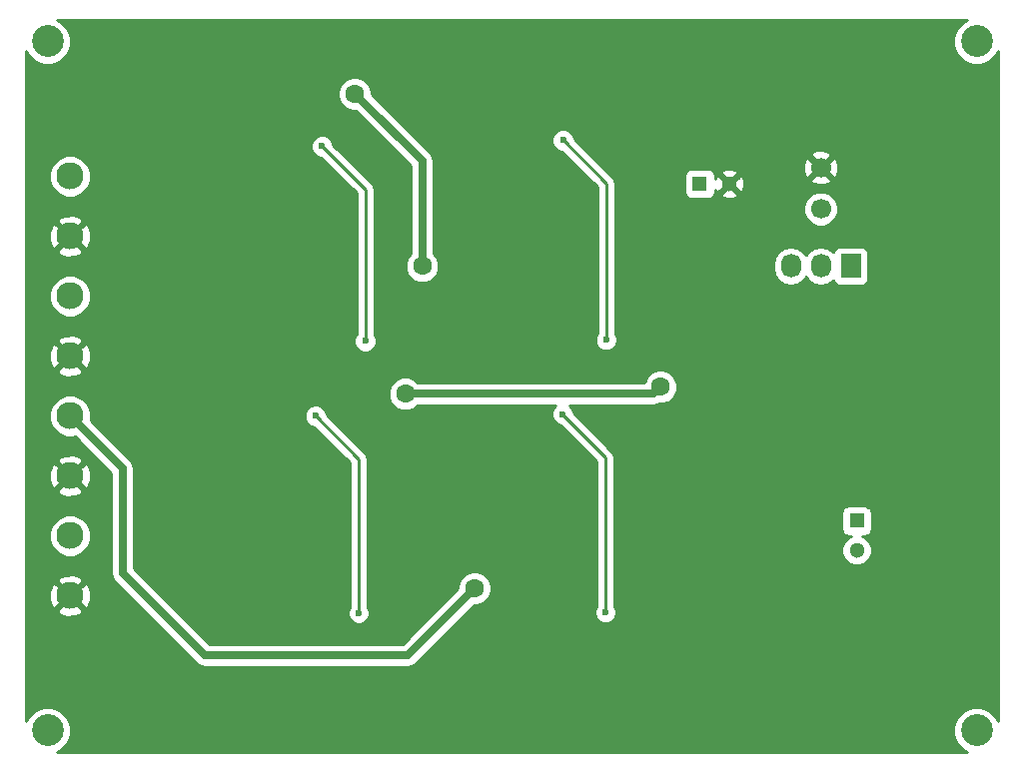
<source format=gbl>
G04 #@! TF.FileFunction,Copper,L2,Bot,Signal*
%FSLAX46Y46*%
G04 Gerber Fmt 4.6, Leading zero omitted, Abs format (unit mm)*
G04 Created by KiCad (PCBNEW (after 2015-mar-04 BZR unknown)-product) date Fri 03 Jul 2015 12:36:09 AM EDT*
%MOMM*%
G01*
G04 APERTURE LIST*
%ADD10C,0.150000*%
%ADD11R,1.727200X2.032000*%
%ADD12O,1.727200X2.032000*%
%ADD13C,2.700000*%
%ADD14C,1.300000*%
%ADD15R,1.300000X1.300000*%
%ADD16C,2.300000*%
%ADD17C,1.700000*%
%ADD18C,0.600000*%
%ADD19C,1.600000*%
%ADD20C,0.700000*%
%ADD21C,0.250000*%
%ADD22C,0.254000*%
G04 APERTURE END LIST*
D10*
D11*
X197612000Y-59690000D03*
D12*
X195072000Y-59690000D03*
X192532000Y-59690000D03*
D13*
X129540000Y-99060000D03*
X208280000Y-99060000D03*
X208280000Y-40640000D03*
X129540000Y-40640000D03*
D14*
X187325000Y-52705000D03*
D15*
X184825000Y-52705000D03*
D14*
X198120000Y-83780000D03*
D15*
X198120000Y-81280000D03*
D16*
X131445000Y-52070000D03*
X131445000Y-57150000D03*
X131445000Y-62230000D03*
X131445000Y-67310000D03*
X131445000Y-72390000D03*
X131445000Y-77470000D03*
X131445000Y-82550000D03*
X131445000Y-87630000D03*
D17*
X195072000Y-54836000D03*
X195072000Y-51336000D03*
D18*
X185420000Y-69850000D03*
X180975000Y-57150000D03*
X192176400Y-63144400D03*
X195376800Y-77470000D03*
D19*
X161290000Y-59690000D03*
X155575000Y-45085000D03*
X165735000Y-86995000D03*
D18*
X152806400Y-49530000D03*
X156464000Y-66040000D03*
X173228000Y-49022000D03*
X176885600Y-65938400D03*
X173177200Y-72237600D03*
X176834800Y-89052400D03*
X152247600Y-72390000D03*
X155905200Y-89103200D03*
D19*
X181473552Y-69928548D03*
X159867600Y-70510400D03*
D20*
X155575000Y-45085000D02*
X161290000Y-50800000D01*
X161290000Y-50800000D02*
X161290000Y-59690000D01*
X142875000Y-92710000D02*
X160020000Y-92710000D01*
X160020000Y-92710000D02*
X165735000Y-86995000D01*
X135890000Y-85725000D02*
X142875000Y-92710000D01*
X131445000Y-72390000D02*
X135890000Y-76835000D01*
X135890000Y-76835000D02*
X135890000Y-85725000D01*
D21*
X156464000Y-66040000D02*
X156464000Y-53187600D01*
X156464000Y-53187600D02*
X152806400Y-49530000D01*
X176885600Y-65938400D02*
X176885600Y-52679600D01*
X176885600Y-52679600D02*
X173228000Y-49022000D01*
X176834800Y-89052400D02*
X176834800Y-75895200D01*
X176834800Y-75895200D02*
X173177200Y-72237600D01*
X155905200Y-89103200D02*
X155905200Y-76047600D01*
X155905200Y-76047600D02*
X152247600Y-72390000D01*
D20*
X159867600Y-70510400D02*
X180891700Y-70510400D01*
X180891700Y-70510400D02*
X181473552Y-69928548D01*
D22*
G36*
X210110000Y-98290931D02*
X209963782Y-97937057D01*
X209405880Y-97378181D01*
X208676573Y-97075346D01*
X207886891Y-97074657D01*
X207157057Y-97376218D01*
X206598181Y-97934120D01*
X206295346Y-98663427D01*
X206294657Y-99453109D01*
X206596218Y-100182943D01*
X207154120Y-100741819D01*
X207510979Y-100890000D01*
X199417440Y-100890000D01*
X199417440Y-81930000D01*
X199417440Y-80630000D01*
X199370463Y-80387877D01*
X199230673Y-80175073D01*
X199123040Y-80102419D01*
X199123040Y-60706000D01*
X199123040Y-58674000D01*
X199076063Y-58431877D01*
X198936273Y-58219073D01*
X198725240Y-58076623D01*
X198475600Y-58026560D01*
X196748400Y-58026560D01*
X196568718Y-58061422D01*
X196568718Y-51564721D01*
X196542315Y-50974542D01*
X196367259Y-50551920D01*
X196115958Y-50471647D01*
X195936353Y-50651252D01*
X195936353Y-50292042D01*
X195856080Y-50040741D01*
X195300721Y-49839282D01*
X194710542Y-49865685D01*
X194287920Y-50040741D01*
X194207647Y-50292042D01*
X195072000Y-51156395D01*
X195936353Y-50292042D01*
X195936353Y-50651252D01*
X195251605Y-51336000D01*
X196115958Y-52200353D01*
X196367259Y-52120080D01*
X196568718Y-51564721D01*
X196568718Y-58061422D01*
X196557257Y-58063645D01*
X196557257Y-54541911D01*
X196331656Y-53995914D01*
X195936353Y-53599920D01*
X195936353Y-52379958D01*
X195072000Y-51515605D01*
X194892395Y-51695210D01*
X194892395Y-51336000D01*
X194028042Y-50471647D01*
X193776741Y-50551920D01*
X193575282Y-51107279D01*
X193601685Y-51697458D01*
X193776741Y-52120080D01*
X194028042Y-52200353D01*
X194892395Y-51336000D01*
X194892395Y-51695210D01*
X194207647Y-52379958D01*
X194287920Y-52631259D01*
X194843279Y-52832718D01*
X195433458Y-52806315D01*
X195856080Y-52631259D01*
X195936353Y-52379958D01*
X195936353Y-53599920D01*
X195914283Y-53577812D01*
X195368681Y-53351258D01*
X194777911Y-53350743D01*
X194231914Y-53576344D01*
X193813812Y-53993717D01*
X193587258Y-54539319D01*
X193586743Y-55130089D01*
X193812344Y-55676086D01*
X194229717Y-56094188D01*
X194775319Y-56320742D01*
X195366089Y-56321257D01*
X195912086Y-56095656D01*
X196330188Y-55678283D01*
X196556742Y-55132681D01*
X196557257Y-54541911D01*
X196557257Y-58063645D01*
X196506277Y-58073537D01*
X196293473Y-58213327D01*
X196151023Y-58424360D01*
X196143281Y-58462962D01*
X196131670Y-58445585D01*
X195645489Y-58120729D01*
X195072000Y-58006655D01*
X194498511Y-58120729D01*
X194012330Y-58445585D01*
X193802000Y-58760365D01*
X193591670Y-58445585D01*
X193105489Y-58120729D01*
X192532000Y-58006655D01*
X191958511Y-58120729D01*
X191472330Y-58445585D01*
X191147474Y-58931766D01*
X191033400Y-59505255D01*
X191033400Y-59874745D01*
X191147474Y-60448234D01*
X191472330Y-60934415D01*
X191958511Y-61259271D01*
X192532000Y-61373345D01*
X193105489Y-61259271D01*
X193591670Y-60934415D01*
X193802000Y-60619634D01*
X194012330Y-60934415D01*
X194498511Y-61259271D01*
X195072000Y-61373345D01*
X195645489Y-61259271D01*
X196131670Y-60934415D01*
X196142215Y-60918632D01*
X196147937Y-60948123D01*
X196287727Y-61160927D01*
X196498760Y-61303377D01*
X196748400Y-61353440D01*
X198475600Y-61353440D01*
X198717723Y-61306463D01*
X198930527Y-61166673D01*
X199072977Y-60955640D01*
X199123040Y-60706000D01*
X199123040Y-80102419D01*
X199019640Y-80032623D01*
X198770000Y-79982560D01*
X197470000Y-79982560D01*
X197227877Y-80029537D01*
X197015073Y-80169327D01*
X196872623Y-80380360D01*
X196822560Y-80630000D01*
X196822560Y-81930000D01*
X196869537Y-82172123D01*
X197009327Y-82384927D01*
X197220360Y-82527377D01*
X197470000Y-82577440D01*
X197665459Y-82577440D01*
X197393057Y-82689995D01*
X197031265Y-83051155D01*
X196835223Y-83523276D01*
X196834777Y-84034481D01*
X197029995Y-84506943D01*
X197391155Y-84868735D01*
X197863276Y-85064777D01*
X198374481Y-85065223D01*
X198846943Y-84870005D01*
X199208735Y-84508845D01*
X199404777Y-84036724D01*
X199405223Y-83525519D01*
X199210005Y-83053057D01*
X198848845Y-82691265D01*
X198574724Y-82577440D01*
X198770000Y-82577440D01*
X199012123Y-82530463D01*
X199224927Y-82390673D01*
X199367377Y-82179640D01*
X199417440Y-81930000D01*
X199417440Y-100890000D01*
X188622622Y-100890000D01*
X188622622Y-52885922D01*
X188593083Y-52375572D01*
X188454611Y-52041271D01*
X188224016Y-51985590D01*
X188044410Y-52165195D01*
X188044410Y-51805984D01*
X187988729Y-51575389D01*
X187505922Y-51407378D01*
X186995572Y-51436917D01*
X186661271Y-51575389D01*
X186605590Y-51805984D01*
X187325000Y-52525395D01*
X188044410Y-51805984D01*
X188044410Y-52165195D01*
X187504605Y-52705000D01*
X188224016Y-53424410D01*
X188454611Y-53368729D01*
X188622622Y-52885922D01*
X188622622Y-100890000D01*
X188044410Y-100890000D01*
X188044410Y-53604016D01*
X187325000Y-52884605D01*
X187145395Y-53064210D01*
X187145395Y-52705000D01*
X186425984Y-51985590D01*
X186195389Y-52041271D01*
X186122440Y-52250901D01*
X186122440Y-52055000D01*
X186075463Y-51812877D01*
X185935673Y-51600073D01*
X185724640Y-51457623D01*
X185475000Y-51407560D01*
X184175000Y-51407560D01*
X183932877Y-51454537D01*
X183720073Y-51594327D01*
X183577623Y-51805360D01*
X183527560Y-52055000D01*
X183527560Y-53355000D01*
X183574537Y-53597123D01*
X183714327Y-53809927D01*
X183925360Y-53952377D01*
X184175000Y-54002440D01*
X185475000Y-54002440D01*
X185717123Y-53955463D01*
X185929927Y-53815673D01*
X186072377Y-53604640D01*
X186122440Y-53355000D01*
X186122440Y-53192614D01*
X186195389Y-53368729D01*
X186425984Y-53424410D01*
X187145395Y-52705000D01*
X187145395Y-53064210D01*
X186605590Y-53604016D01*
X186661271Y-53834611D01*
X187144078Y-54002622D01*
X187654428Y-53973083D01*
X187988729Y-53834611D01*
X188044410Y-53604016D01*
X188044410Y-100890000D01*
X182908800Y-100890000D01*
X182908800Y-69644361D01*
X182690795Y-69116748D01*
X182287475Y-68712724D01*
X181760243Y-68493798D01*
X181189365Y-68493300D01*
X180661752Y-68711305D01*
X180257728Y-69114625D01*
X180087159Y-69525400D01*
X177820762Y-69525400D01*
X177820762Y-65753233D01*
X177678717Y-65409457D01*
X177645600Y-65376282D01*
X177645600Y-52679600D01*
X177587748Y-52388761D01*
X177423001Y-52142199D01*
X174163122Y-48882320D01*
X174163162Y-48836833D01*
X174021117Y-48493057D01*
X173758327Y-48229808D01*
X173414799Y-48087162D01*
X173042833Y-48086838D01*
X172699057Y-48228883D01*
X172435808Y-48491673D01*
X172293162Y-48835201D01*
X172292838Y-49207167D01*
X172434883Y-49550943D01*
X172697673Y-49814192D01*
X173041201Y-49956838D01*
X173088076Y-49956878D01*
X176125600Y-52994402D01*
X176125600Y-65375937D01*
X176093408Y-65408073D01*
X175950762Y-65751601D01*
X175950438Y-66123567D01*
X176092483Y-66467343D01*
X176355273Y-66730592D01*
X176698801Y-66873238D01*
X177070767Y-66873562D01*
X177414543Y-66731517D01*
X177677792Y-66468727D01*
X177820438Y-66125199D01*
X177820762Y-65753233D01*
X177820762Y-69525400D01*
X162725248Y-69525400D01*
X162725248Y-59405813D01*
X162507243Y-58878200D01*
X162275000Y-58645551D01*
X162275000Y-50800000D01*
X162200021Y-50423057D01*
X161986501Y-50103500D01*
X157009963Y-45126963D01*
X157010248Y-44800813D01*
X156792243Y-44273200D01*
X156388923Y-43869176D01*
X155861691Y-43650250D01*
X155290813Y-43649752D01*
X154763200Y-43867757D01*
X154359176Y-44271077D01*
X154140250Y-44798309D01*
X154139752Y-45369187D01*
X154357757Y-45896800D01*
X154761077Y-46300824D01*
X155288309Y-46519750D01*
X155617036Y-46520036D01*
X160305000Y-51208000D01*
X160305000Y-58645655D01*
X160074176Y-58876077D01*
X159855250Y-59403309D01*
X159854752Y-59974187D01*
X160072757Y-60501800D01*
X160476077Y-60905824D01*
X161003309Y-61124750D01*
X161574187Y-61125248D01*
X162101800Y-60907243D01*
X162505824Y-60503923D01*
X162724750Y-59976691D01*
X162725248Y-59405813D01*
X162725248Y-69525400D01*
X160911944Y-69525400D01*
X160681523Y-69294576D01*
X160154291Y-69075650D01*
X159583413Y-69075152D01*
X159055800Y-69293157D01*
X158651776Y-69696477D01*
X158432850Y-70223709D01*
X158432352Y-70794587D01*
X158650357Y-71322200D01*
X159053677Y-71726224D01*
X159580909Y-71945150D01*
X160151787Y-71945648D01*
X160679400Y-71727643D01*
X160912048Y-71495400D01*
X172597251Y-71495400D01*
X172385008Y-71707273D01*
X172242362Y-72050801D01*
X172242038Y-72422767D01*
X172384083Y-72766543D01*
X172646873Y-73029792D01*
X172990401Y-73172438D01*
X173037276Y-73172478D01*
X176074800Y-76210002D01*
X176074800Y-88489937D01*
X176042608Y-88522073D01*
X175899962Y-88865601D01*
X175899638Y-89237567D01*
X176041683Y-89581343D01*
X176304473Y-89844592D01*
X176648001Y-89987238D01*
X177019967Y-89987562D01*
X177363743Y-89845517D01*
X177626992Y-89582727D01*
X177769638Y-89239199D01*
X177769962Y-88867233D01*
X177627917Y-88523457D01*
X177594800Y-88490282D01*
X177594800Y-75895200D01*
X177536948Y-75604361D01*
X177372201Y-75357799D01*
X174112322Y-72097920D01*
X174112362Y-72052433D01*
X173970317Y-71708657D01*
X173757431Y-71495400D01*
X180891700Y-71495400D01*
X181268643Y-71420421D01*
X181353915Y-71363443D01*
X181757739Y-71363796D01*
X182285352Y-71145791D01*
X182689376Y-70742471D01*
X182908302Y-70215239D01*
X182908800Y-69644361D01*
X182908800Y-100890000D01*
X167170248Y-100890000D01*
X167170248Y-86710813D01*
X166952243Y-86183200D01*
X166548923Y-85779176D01*
X166021691Y-85560250D01*
X165450813Y-85559752D01*
X164923200Y-85777757D01*
X164519176Y-86181077D01*
X164300250Y-86708309D01*
X164299963Y-87037035D01*
X159611999Y-91725000D01*
X157399162Y-91725000D01*
X157399162Y-65854833D01*
X157257117Y-65511057D01*
X157224000Y-65477882D01*
X157224000Y-53187600D01*
X157166148Y-52896761D01*
X157001401Y-52650199D01*
X153741522Y-49390320D01*
X153741562Y-49344833D01*
X153599517Y-49001057D01*
X153336727Y-48737808D01*
X152993199Y-48595162D01*
X152621233Y-48594838D01*
X152277457Y-48736883D01*
X152014208Y-48999673D01*
X151871562Y-49343201D01*
X151871238Y-49715167D01*
X152013283Y-50058943D01*
X152276073Y-50322192D01*
X152619601Y-50464838D01*
X152666476Y-50464878D01*
X155704000Y-53502402D01*
X155704000Y-65477537D01*
X155671808Y-65509673D01*
X155529162Y-65853201D01*
X155528838Y-66225167D01*
X155670883Y-66568943D01*
X155933673Y-66832192D01*
X156277201Y-66974838D01*
X156649167Y-66975162D01*
X156992943Y-66833117D01*
X157256192Y-66570327D01*
X157398838Y-66226799D01*
X157399162Y-65854833D01*
X157399162Y-91725000D01*
X156840362Y-91725000D01*
X156840362Y-88918033D01*
X156698317Y-88574257D01*
X156665200Y-88541082D01*
X156665200Y-76047600D01*
X156607348Y-75756761D01*
X156442601Y-75510199D01*
X153182722Y-72250320D01*
X153182762Y-72204833D01*
X153040717Y-71861057D01*
X152777927Y-71597808D01*
X152434399Y-71455162D01*
X152062433Y-71454838D01*
X151718657Y-71596883D01*
X151455408Y-71859673D01*
X151312762Y-72203201D01*
X151312438Y-72575167D01*
X151454483Y-72918943D01*
X151717273Y-73182192D01*
X152060801Y-73324838D01*
X152107676Y-73324878D01*
X155145200Y-76362402D01*
X155145200Y-88540737D01*
X155113008Y-88572873D01*
X154970362Y-88916401D01*
X154970038Y-89288367D01*
X155112083Y-89632143D01*
X155374873Y-89895392D01*
X155718401Y-90038038D01*
X156090367Y-90038362D01*
X156434143Y-89896317D01*
X156697392Y-89633527D01*
X156840038Y-89289999D01*
X156840362Y-88918033D01*
X156840362Y-91725000D01*
X143283000Y-91725000D01*
X136875000Y-85317000D01*
X136875000Y-76835000D01*
X136800021Y-76458057D01*
X136586500Y-76138500D01*
X133240018Y-72792018D01*
X133240018Y-67610337D01*
X133240018Y-57450337D01*
X133230309Y-57132823D01*
X133230309Y-51716499D01*
X132959132Y-51060200D01*
X132457441Y-50557633D01*
X131801616Y-50285311D01*
X131091499Y-50284691D01*
X130435200Y-50555868D01*
X129932633Y-51057559D01*
X129660311Y-51713384D01*
X129659691Y-52423501D01*
X129930868Y-53079800D01*
X130432559Y-53582367D01*
X131088384Y-53854689D01*
X131798501Y-53855309D01*
X132454800Y-53584132D01*
X132957367Y-53082441D01*
X133229689Y-52426616D01*
X133230309Y-51716499D01*
X133230309Y-57132823D01*
X133218314Y-56740552D01*
X132988446Y-56185601D01*
X132706025Y-56068581D01*
X132526419Y-56248186D01*
X132526419Y-55888975D01*
X132409399Y-55606554D01*
X131745337Y-55354982D01*
X131035552Y-55376686D01*
X130480601Y-55606554D01*
X130363581Y-55888975D01*
X131445000Y-56970395D01*
X132526419Y-55888975D01*
X132526419Y-56248186D01*
X131624605Y-57150000D01*
X132706025Y-58231419D01*
X132988446Y-58114399D01*
X133240018Y-57450337D01*
X133240018Y-67610337D01*
X133230309Y-67292823D01*
X133230309Y-61876499D01*
X132959132Y-61220200D01*
X132526419Y-60786731D01*
X132526419Y-58411025D01*
X131445000Y-57329605D01*
X131265395Y-57509210D01*
X131265395Y-57150000D01*
X130183975Y-56068581D01*
X129901554Y-56185601D01*
X129649982Y-56849663D01*
X129671686Y-57559448D01*
X129901554Y-58114399D01*
X130183975Y-58231419D01*
X131265395Y-57150000D01*
X131265395Y-57509210D01*
X130363581Y-58411025D01*
X130480601Y-58693446D01*
X131144663Y-58945018D01*
X131854448Y-58923314D01*
X132409399Y-58693446D01*
X132526419Y-58411025D01*
X132526419Y-60786731D01*
X132457441Y-60717633D01*
X131801616Y-60445311D01*
X131091499Y-60444691D01*
X130435200Y-60715868D01*
X129932633Y-61217559D01*
X129660311Y-61873384D01*
X129659691Y-62583501D01*
X129930868Y-63239800D01*
X130432559Y-63742367D01*
X131088384Y-64014689D01*
X131798501Y-64015309D01*
X132454800Y-63744132D01*
X132957367Y-63242441D01*
X133229689Y-62586616D01*
X133230309Y-61876499D01*
X133230309Y-67292823D01*
X133218314Y-66900552D01*
X132988446Y-66345601D01*
X132706025Y-66228581D01*
X132526419Y-66408186D01*
X132526419Y-66048975D01*
X132409399Y-65766554D01*
X131745337Y-65514982D01*
X131035552Y-65536686D01*
X130480601Y-65766554D01*
X130363581Y-66048975D01*
X131445000Y-67130395D01*
X132526419Y-66048975D01*
X132526419Y-66408186D01*
X131624605Y-67310000D01*
X132706025Y-68391419D01*
X132988446Y-68274399D01*
X133240018Y-67610337D01*
X133240018Y-72792018D01*
X133219398Y-72771398D01*
X133229689Y-72746616D01*
X133230309Y-72036499D01*
X132959132Y-71380200D01*
X132526419Y-70946731D01*
X132526419Y-68571025D01*
X131445000Y-67489605D01*
X131265395Y-67669210D01*
X131265395Y-67310000D01*
X130183975Y-66228581D01*
X129901554Y-66345601D01*
X129649982Y-67009663D01*
X129671686Y-67719448D01*
X129901554Y-68274399D01*
X130183975Y-68391419D01*
X131265395Y-67310000D01*
X131265395Y-67669210D01*
X130363581Y-68571025D01*
X130480601Y-68853446D01*
X131144663Y-69105018D01*
X131854448Y-69083314D01*
X132409399Y-68853446D01*
X132526419Y-68571025D01*
X132526419Y-70946731D01*
X132457441Y-70877633D01*
X131801616Y-70605311D01*
X131091499Y-70604691D01*
X130435200Y-70875868D01*
X129932633Y-71377559D01*
X129660311Y-72033384D01*
X129659691Y-72743501D01*
X129930868Y-73399800D01*
X130432559Y-73902367D01*
X131088384Y-74174689D01*
X131798501Y-74175309D01*
X131825962Y-74163962D01*
X134905000Y-77243000D01*
X134905000Y-85725000D01*
X134979979Y-86101943D01*
X135193500Y-86421500D01*
X142178500Y-93406500D01*
X142498057Y-93620021D01*
X142875000Y-93695000D01*
X160020000Y-93695000D01*
X160396943Y-93620021D01*
X160716500Y-93406500D01*
X165693037Y-88429963D01*
X166019187Y-88430248D01*
X166546800Y-88212243D01*
X166950824Y-87808923D01*
X167169750Y-87281691D01*
X167170248Y-86710813D01*
X167170248Y-100890000D01*
X133240018Y-100890000D01*
X133240018Y-87930337D01*
X133240018Y-77770337D01*
X133218314Y-77060552D01*
X132988446Y-76505601D01*
X132706025Y-76388581D01*
X132526419Y-76568186D01*
X132526419Y-76208975D01*
X132409399Y-75926554D01*
X131745337Y-75674982D01*
X131035552Y-75696686D01*
X130480601Y-75926554D01*
X130363581Y-76208975D01*
X131445000Y-77290395D01*
X132526419Y-76208975D01*
X132526419Y-76568186D01*
X131624605Y-77470000D01*
X132706025Y-78551419D01*
X132988446Y-78434399D01*
X133240018Y-77770337D01*
X133240018Y-87930337D01*
X133230309Y-87612823D01*
X133230309Y-82196499D01*
X132959132Y-81540200D01*
X132526419Y-81106731D01*
X132526419Y-78731025D01*
X131445000Y-77649605D01*
X131265395Y-77829210D01*
X131265395Y-77470000D01*
X130183975Y-76388581D01*
X129901554Y-76505601D01*
X129649982Y-77169663D01*
X129671686Y-77879448D01*
X129901554Y-78434399D01*
X130183975Y-78551419D01*
X131265395Y-77470000D01*
X131265395Y-77829210D01*
X130363581Y-78731025D01*
X130480601Y-79013446D01*
X131144663Y-79265018D01*
X131854448Y-79243314D01*
X132409399Y-79013446D01*
X132526419Y-78731025D01*
X132526419Y-81106731D01*
X132457441Y-81037633D01*
X131801616Y-80765311D01*
X131091499Y-80764691D01*
X130435200Y-81035868D01*
X129932633Y-81537559D01*
X129660311Y-82193384D01*
X129659691Y-82903501D01*
X129930868Y-83559800D01*
X130432559Y-84062367D01*
X131088384Y-84334689D01*
X131798501Y-84335309D01*
X132454800Y-84064132D01*
X132957367Y-83562441D01*
X133229689Y-82906616D01*
X133230309Y-82196499D01*
X133230309Y-87612823D01*
X133218314Y-87220552D01*
X132988446Y-86665601D01*
X132706025Y-86548581D01*
X132526419Y-86728186D01*
X132526419Y-86368975D01*
X132409399Y-86086554D01*
X131745337Y-85834982D01*
X131035552Y-85856686D01*
X130480601Y-86086554D01*
X130363581Y-86368975D01*
X131445000Y-87450395D01*
X132526419Y-86368975D01*
X132526419Y-86728186D01*
X131624605Y-87630000D01*
X132706025Y-88711419D01*
X132988446Y-88594399D01*
X133240018Y-87930337D01*
X133240018Y-100890000D01*
X132526419Y-100890000D01*
X132526419Y-88891025D01*
X131445000Y-87809605D01*
X131265395Y-87989210D01*
X131265395Y-87630000D01*
X130183975Y-86548581D01*
X129901554Y-86665601D01*
X129649982Y-87329663D01*
X129671686Y-88039448D01*
X129901554Y-88594399D01*
X130183975Y-88711419D01*
X131265395Y-87630000D01*
X131265395Y-87989210D01*
X130363581Y-88891025D01*
X130480601Y-89173446D01*
X131144663Y-89425018D01*
X131854448Y-89403314D01*
X132409399Y-89173446D01*
X132526419Y-88891025D01*
X132526419Y-100890000D01*
X130309068Y-100890000D01*
X130662943Y-100743782D01*
X131221819Y-100185880D01*
X131524654Y-99456573D01*
X131525343Y-98666891D01*
X131223782Y-97937057D01*
X130665880Y-97378181D01*
X129936573Y-97075346D01*
X129146891Y-97074657D01*
X128417057Y-97376218D01*
X127858181Y-97934120D01*
X127710000Y-98290979D01*
X127710000Y-41409068D01*
X127856218Y-41762943D01*
X128414120Y-42321819D01*
X129143427Y-42624654D01*
X129933109Y-42625343D01*
X130662943Y-42323782D01*
X131221819Y-41765880D01*
X131524654Y-41036573D01*
X131525343Y-40246891D01*
X131223782Y-39517057D01*
X130665880Y-38958181D01*
X130309020Y-38810000D01*
X135763000Y-38810000D01*
X137160000Y-38810000D01*
X207510931Y-38810000D01*
X207157057Y-38956218D01*
X206598181Y-39514120D01*
X206295346Y-40243427D01*
X206294657Y-41033109D01*
X206596218Y-41762943D01*
X207154120Y-42321819D01*
X207883427Y-42624654D01*
X208673109Y-42625343D01*
X209402943Y-42323782D01*
X209961819Y-41765880D01*
X210110000Y-41409020D01*
X210110000Y-90932000D01*
X210110000Y-98290931D01*
X210110000Y-98290931D01*
G37*
X210110000Y-98290931D02*
X209963782Y-97937057D01*
X209405880Y-97378181D01*
X208676573Y-97075346D01*
X207886891Y-97074657D01*
X207157057Y-97376218D01*
X206598181Y-97934120D01*
X206295346Y-98663427D01*
X206294657Y-99453109D01*
X206596218Y-100182943D01*
X207154120Y-100741819D01*
X207510979Y-100890000D01*
X199417440Y-100890000D01*
X199417440Y-81930000D01*
X199417440Y-80630000D01*
X199370463Y-80387877D01*
X199230673Y-80175073D01*
X199123040Y-80102419D01*
X199123040Y-60706000D01*
X199123040Y-58674000D01*
X199076063Y-58431877D01*
X198936273Y-58219073D01*
X198725240Y-58076623D01*
X198475600Y-58026560D01*
X196748400Y-58026560D01*
X196568718Y-58061422D01*
X196568718Y-51564721D01*
X196542315Y-50974542D01*
X196367259Y-50551920D01*
X196115958Y-50471647D01*
X195936353Y-50651252D01*
X195936353Y-50292042D01*
X195856080Y-50040741D01*
X195300721Y-49839282D01*
X194710542Y-49865685D01*
X194287920Y-50040741D01*
X194207647Y-50292042D01*
X195072000Y-51156395D01*
X195936353Y-50292042D01*
X195936353Y-50651252D01*
X195251605Y-51336000D01*
X196115958Y-52200353D01*
X196367259Y-52120080D01*
X196568718Y-51564721D01*
X196568718Y-58061422D01*
X196557257Y-58063645D01*
X196557257Y-54541911D01*
X196331656Y-53995914D01*
X195936353Y-53599920D01*
X195936353Y-52379958D01*
X195072000Y-51515605D01*
X194892395Y-51695210D01*
X194892395Y-51336000D01*
X194028042Y-50471647D01*
X193776741Y-50551920D01*
X193575282Y-51107279D01*
X193601685Y-51697458D01*
X193776741Y-52120080D01*
X194028042Y-52200353D01*
X194892395Y-51336000D01*
X194892395Y-51695210D01*
X194207647Y-52379958D01*
X194287920Y-52631259D01*
X194843279Y-52832718D01*
X195433458Y-52806315D01*
X195856080Y-52631259D01*
X195936353Y-52379958D01*
X195936353Y-53599920D01*
X195914283Y-53577812D01*
X195368681Y-53351258D01*
X194777911Y-53350743D01*
X194231914Y-53576344D01*
X193813812Y-53993717D01*
X193587258Y-54539319D01*
X193586743Y-55130089D01*
X193812344Y-55676086D01*
X194229717Y-56094188D01*
X194775319Y-56320742D01*
X195366089Y-56321257D01*
X195912086Y-56095656D01*
X196330188Y-55678283D01*
X196556742Y-55132681D01*
X196557257Y-54541911D01*
X196557257Y-58063645D01*
X196506277Y-58073537D01*
X196293473Y-58213327D01*
X196151023Y-58424360D01*
X196143281Y-58462962D01*
X196131670Y-58445585D01*
X195645489Y-58120729D01*
X195072000Y-58006655D01*
X194498511Y-58120729D01*
X194012330Y-58445585D01*
X193802000Y-58760365D01*
X193591670Y-58445585D01*
X193105489Y-58120729D01*
X192532000Y-58006655D01*
X191958511Y-58120729D01*
X191472330Y-58445585D01*
X191147474Y-58931766D01*
X191033400Y-59505255D01*
X191033400Y-59874745D01*
X191147474Y-60448234D01*
X191472330Y-60934415D01*
X191958511Y-61259271D01*
X192532000Y-61373345D01*
X193105489Y-61259271D01*
X193591670Y-60934415D01*
X193802000Y-60619634D01*
X194012330Y-60934415D01*
X194498511Y-61259271D01*
X195072000Y-61373345D01*
X195645489Y-61259271D01*
X196131670Y-60934415D01*
X196142215Y-60918632D01*
X196147937Y-60948123D01*
X196287727Y-61160927D01*
X196498760Y-61303377D01*
X196748400Y-61353440D01*
X198475600Y-61353440D01*
X198717723Y-61306463D01*
X198930527Y-61166673D01*
X199072977Y-60955640D01*
X199123040Y-60706000D01*
X199123040Y-80102419D01*
X199019640Y-80032623D01*
X198770000Y-79982560D01*
X197470000Y-79982560D01*
X197227877Y-80029537D01*
X197015073Y-80169327D01*
X196872623Y-80380360D01*
X196822560Y-80630000D01*
X196822560Y-81930000D01*
X196869537Y-82172123D01*
X197009327Y-82384927D01*
X197220360Y-82527377D01*
X197470000Y-82577440D01*
X197665459Y-82577440D01*
X197393057Y-82689995D01*
X197031265Y-83051155D01*
X196835223Y-83523276D01*
X196834777Y-84034481D01*
X197029995Y-84506943D01*
X197391155Y-84868735D01*
X197863276Y-85064777D01*
X198374481Y-85065223D01*
X198846943Y-84870005D01*
X199208735Y-84508845D01*
X199404777Y-84036724D01*
X199405223Y-83525519D01*
X199210005Y-83053057D01*
X198848845Y-82691265D01*
X198574724Y-82577440D01*
X198770000Y-82577440D01*
X199012123Y-82530463D01*
X199224927Y-82390673D01*
X199367377Y-82179640D01*
X199417440Y-81930000D01*
X199417440Y-100890000D01*
X188622622Y-100890000D01*
X188622622Y-52885922D01*
X188593083Y-52375572D01*
X188454611Y-52041271D01*
X188224016Y-51985590D01*
X188044410Y-52165195D01*
X188044410Y-51805984D01*
X187988729Y-51575389D01*
X187505922Y-51407378D01*
X186995572Y-51436917D01*
X186661271Y-51575389D01*
X186605590Y-51805984D01*
X187325000Y-52525395D01*
X188044410Y-51805984D01*
X188044410Y-52165195D01*
X187504605Y-52705000D01*
X188224016Y-53424410D01*
X188454611Y-53368729D01*
X188622622Y-52885922D01*
X188622622Y-100890000D01*
X188044410Y-100890000D01*
X188044410Y-53604016D01*
X187325000Y-52884605D01*
X187145395Y-53064210D01*
X187145395Y-52705000D01*
X186425984Y-51985590D01*
X186195389Y-52041271D01*
X186122440Y-52250901D01*
X186122440Y-52055000D01*
X186075463Y-51812877D01*
X185935673Y-51600073D01*
X185724640Y-51457623D01*
X185475000Y-51407560D01*
X184175000Y-51407560D01*
X183932877Y-51454537D01*
X183720073Y-51594327D01*
X183577623Y-51805360D01*
X183527560Y-52055000D01*
X183527560Y-53355000D01*
X183574537Y-53597123D01*
X183714327Y-53809927D01*
X183925360Y-53952377D01*
X184175000Y-54002440D01*
X185475000Y-54002440D01*
X185717123Y-53955463D01*
X185929927Y-53815673D01*
X186072377Y-53604640D01*
X186122440Y-53355000D01*
X186122440Y-53192614D01*
X186195389Y-53368729D01*
X186425984Y-53424410D01*
X187145395Y-52705000D01*
X187145395Y-53064210D01*
X186605590Y-53604016D01*
X186661271Y-53834611D01*
X187144078Y-54002622D01*
X187654428Y-53973083D01*
X187988729Y-53834611D01*
X188044410Y-53604016D01*
X188044410Y-100890000D01*
X182908800Y-100890000D01*
X182908800Y-69644361D01*
X182690795Y-69116748D01*
X182287475Y-68712724D01*
X181760243Y-68493798D01*
X181189365Y-68493300D01*
X180661752Y-68711305D01*
X180257728Y-69114625D01*
X180087159Y-69525400D01*
X177820762Y-69525400D01*
X177820762Y-65753233D01*
X177678717Y-65409457D01*
X177645600Y-65376282D01*
X177645600Y-52679600D01*
X177587748Y-52388761D01*
X177423001Y-52142199D01*
X174163122Y-48882320D01*
X174163162Y-48836833D01*
X174021117Y-48493057D01*
X173758327Y-48229808D01*
X173414799Y-48087162D01*
X173042833Y-48086838D01*
X172699057Y-48228883D01*
X172435808Y-48491673D01*
X172293162Y-48835201D01*
X172292838Y-49207167D01*
X172434883Y-49550943D01*
X172697673Y-49814192D01*
X173041201Y-49956838D01*
X173088076Y-49956878D01*
X176125600Y-52994402D01*
X176125600Y-65375937D01*
X176093408Y-65408073D01*
X175950762Y-65751601D01*
X175950438Y-66123567D01*
X176092483Y-66467343D01*
X176355273Y-66730592D01*
X176698801Y-66873238D01*
X177070767Y-66873562D01*
X177414543Y-66731517D01*
X177677792Y-66468727D01*
X177820438Y-66125199D01*
X177820762Y-65753233D01*
X177820762Y-69525400D01*
X162725248Y-69525400D01*
X162725248Y-59405813D01*
X162507243Y-58878200D01*
X162275000Y-58645551D01*
X162275000Y-50800000D01*
X162200021Y-50423057D01*
X161986501Y-50103500D01*
X157009963Y-45126963D01*
X157010248Y-44800813D01*
X156792243Y-44273200D01*
X156388923Y-43869176D01*
X155861691Y-43650250D01*
X155290813Y-43649752D01*
X154763200Y-43867757D01*
X154359176Y-44271077D01*
X154140250Y-44798309D01*
X154139752Y-45369187D01*
X154357757Y-45896800D01*
X154761077Y-46300824D01*
X155288309Y-46519750D01*
X155617036Y-46520036D01*
X160305000Y-51208000D01*
X160305000Y-58645655D01*
X160074176Y-58876077D01*
X159855250Y-59403309D01*
X159854752Y-59974187D01*
X160072757Y-60501800D01*
X160476077Y-60905824D01*
X161003309Y-61124750D01*
X161574187Y-61125248D01*
X162101800Y-60907243D01*
X162505824Y-60503923D01*
X162724750Y-59976691D01*
X162725248Y-59405813D01*
X162725248Y-69525400D01*
X160911944Y-69525400D01*
X160681523Y-69294576D01*
X160154291Y-69075650D01*
X159583413Y-69075152D01*
X159055800Y-69293157D01*
X158651776Y-69696477D01*
X158432850Y-70223709D01*
X158432352Y-70794587D01*
X158650357Y-71322200D01*
X159053677Y-71726224D01*
X159580909Y-71945150D01*
X160151787Y-71945648D01*
X160679400Y-71727643D01*
X160912048Y-71495400D01*
X172597251Y-71495400D01*
X172385008Y-71707273D01*
X172242362Y-72050801D01*
X172242038Y-72422767D01*
X172384083Y-72766543D01*
X172646873Y-73029792D01*
X172990401Y-73172438D01*
X173037276Y-73172478D01*
X176074800Y-76210002D01*
X176074800Y-88489937D01*
X176042608Y-88522073D01*
X175899962Y-88865601D01*
X175899638Y-89237567D01*
X176041683Y-89581343D01*
X176304473Y-89844592D01*
X176648001Y-89987238D01*
X177019967Y-89987562D01*
X177363743Y-89845517D01*
X177626992Y-89582727D01*
X177769638Y-89239199D01*
X177769962Y-88867233D01*
X177627917Y-88523457D01*
X177594800Y-88490282D01*
X177594800Y-75895200D01*
X177536948Y-75604361D01*
X177372201Y-75357799D01*
X174112322Y-72097920D01*
X174112362Y-72052433D01*
X173970317Y-71708657D01*
X173757431Y-71495400D01*
X180891700Y-71495400D01*
X181268643Y-71420421D01*
X181353915Y-71363443D01*
X181757739Y-71363796D01*
X182285352Y-71145791D01*
X182689376Y-70742471D01*
X182908302Y-70215239D01*
X182908800Y-69644361D01*
X182908800Y-100890000D01*
X167170248Y-100890000D01*
X167170248Y-86710813D01*
X166952243Y-86183200D01*
X166548923Y-85779176D01*
X166021691Y-85560250D01*
X165450813Y-85559752D01*
X164923200Y-85777757D01*
X164519176Y-86181077D01*
X164300250Y-86708309D01*
X164299963Y-87037035D01*
X159611999Y-91725000D01*
X157399162Y-91725000D01*
X157399162Y-65854833D01*
X157257117Y-65511057D01*
X157224000Y-65477882D01*
X157224000Y-53187600D01*
X157166148Y-52896761D01*
X157001401Y-52650199D01*
X153741522Y-49390320D01*
X153741562Y-49344833D01*
X153599517Y-49001057D01*
X153336727Y-48737808D01*
X152993199Y-48595162D01*
X152621233Y-48594838D01*
X152277457Y-48736883D01*
X152014208Y-48999673D01*
X151871562Y-49343201D01*
X151871238Y-49715167D01*
X152013283Y-50058943D01*
X152276073Y-50322192D01*
X152619601Y-50464838D01*
X152666476Y-50464878D01*
X155704000Y-53502402D01*
X155704000Y-65477537D01*
X155671808Y-65509673D01*
X155529162Y-65853201D01*
X155528838Y-66225167D01*
X155670883Y-66568943D01*
X155933673Y-66832192D01*
X156277201Y-66974838D01*
X156649167Y-66975162D01*
X156992943Y-66833117D01*
X157256192Y-66570327D01*
X157398838Y-66226799D01*
X157399162Y-65854833D01*
X157399162Y-91725000D01*
X156840362Y-91725000D01*
X156840362Y-88918033D01*
X156698317Y-88574257D01*
X156665200Y-88541082D01*
X156665200Y-76047600D01*
X156607348Y-75756761D01*
X156442601Y-75510199D01*
X153182722Y-72250320D01*
X153182762Y-72204833D01*
X153040717Y-71861057D01*
X152777927Y-71597808D01*
X152434399Y-71455162D01*
X152062433Y-71454838D01*
X151718657Y-71596883D01*
X151455408Y-71859673D01*
X151312762Y-72203201D01*
X151312438Y-72575167D01*
X151454483Y-72918943D01*
X151717273Y-73182192D01*
X152060801Y-73324838D01*
X152107676Y-73324878D01*
X155145200Y-76362402D01*
X155145200Y-88540737D01*
X155113008Y-88572873D01*
X154970362Y-88916401D01*
X154970038Y-89288367D01*
X155112083Y-89632143D01*
X155374873Y-89895392D01*
X155718401Y-90038038D01*
X156090367Y-90038362D01*
X156434143Y-89896317D01*
X156697392Y-89633527D01*
X156840038Y-89289999D01*
X156840362Y-88918033D01*
X156840362Y-91725000D01*
X143283000Y-91725000D01*
X136875000Y-85317000D01*
X136875000Y-76835000D01*
X136800021Y-76458057D01*
X136586500Y-76138500D01*
X133240018Y-72792018D01*
X133240018Y-67610337D01*
X133240018Y-57450337D01*
X133230309Y-57132823D01*
X133230309Y-51716499D01*
X132959132Y-51060200D01*
X132457441Y-50557633D01*
X131801616Y-50285311D01*
X131091499Y-50284691D01*
X130435200Y-50555868D01*
X129932633Y-51057559D01*
X129660311Y-51713384D01*
X129659691Y-52423501D01*
X129930868Y-53079800D01*
X130432559Y-53582367D01*
X131088384Y-53854689D01*
X131798501Y-53855309D01*
X132454800Y-53584132D01*
X132957367Y-53082441D01*
X133229689Y-52426616D01*
X133230309Y-51716499D01*
X133230309Y-57132823D01*
X133218314Y-56740552D01*
X132988446Y-56185601D01*
X132706025Y-56068581D01*
X132526419Y-56248186D01*
X132526419Y-55888975D01*
X132409399Y-55606554D01*
X131745337Y-55354982D01*
X131035552Y-55376686D01*
X130480601Y-55606554D01*
X130363581Y-55888975D01*
X131445000Y-56970395D01*
X132526419Y-55888975D01*
X132526419Y-56248186D01*
X131624605Y-57150000D01*
X132706025Y-58231419D01*
X132988446Y-58114399D01*
X133240018Y-57450337D01*
X133240018Y-67610337D01*
X133230309Y-67292823D01*
X133230309Y-61876499D01*
X132959132Y-61220200D01*
X132526419Y-60786731D01*
X132526419Y-58411025D01*
X131445000Y-57329605D01*
X131265395Y-57509210D01*
X131265395Y-57150000D01*
X130183975Y-56068581D01*
X129901554Y-56185601D01*
X129649982Y-56849663D01*
X129671686Y-57559448D01*
X129901554Y-58114399D01*
X130183975Y-58231419D01*
X131265395Y-57150000D01*
X131265395Y-57509210D01*
X130363581Y-58411025D01*
X130480601Y-58693446D01*
X131144663Y-58945018D01*
X131854448Y-58923314D01*
X132409399Y-58693446D01*
X132526419Y-58411025D01*
X132526419Y-60786731D01*
X132457441Y-60717633D01*
X131801616Y-60445311D01*
X131091499Y-60444691D01*
X130435200Y-60715868D01*
X129932633Y-61217559D01*
X129660311Y-61873384D01*
X129659691Y-62583501D01*
X129930868Y-63239800D01*
X130432559Y-63742367D01*
X131088384Y-64014689D01*
X131798501Y-64015309D01*
X132454800Y-63744132D01*
X132957367Y-63242441D01*
X133229689Y-62586616D01*
X133230309Y-61876499D01*
X133230309Y-67292823D01*
X133218314Y-66900552D01*
X132988446Y-66345601D01*
X132706025Y-66228581D01*
X132526419Y-66408186D01*
X132526419Y-66048975D01*
X132409399Y-65766554D01*
X131745337Y-65514982D01*
X131035552Y-65536686D01*
X130480601Y-65766554D01*
X130363581Y-66048975D01*
X131445000Y-67130395D01*
X132526419Y-66048975D01*
X132526419Y-66408186D01*
X131624605Y-67310000D01*
X132706025Y-68391419D01*
X132988446Y-68274399D01*
X133240018Y-67610337D01*
X133240018Y-72792018D01*
X133219398Y-72771398D01*
X133229689Y-72746616D01*
X133230309Y-72036499D01*
X132959132Y-71380200D01*
X132526419Y-70946731D01*
X132526419Y-68571025D01*
X131445000Y-67489605D01*
X131265395Y-67669210D01*
X131265395Y-67310000D01*
X130183975Y-66228581D01*
X129901554Y-66345601D01*
X129649982Y-67009663D01*
X129671686Y-67719448D01*
X129901554Y-68274399D01*
X130183975Y-68391419D01*
X131265395Y-67310000D01*
X131265395Y-67669210D01*
X130363581Y-68571025D01*
X130480601Y-68853446D01*
X131144663Y-69105018D01*
X131854448Y-69083314D01*
X132409399Y-68853446D01*
X132526419Y-68571025D01*
X132526419Y-70946731D01*
X132457441Y-70877633D01*
X131801616Y-70605311D01*
X131091499Y-70604691D01*
X130435200Y-70875868D01*
X129932633Y-71377559D01*
X129660311Y-72033384D01*
X129659691Y-72743501D01*
X129930868Y-73399800D01*
X130432559Y-73902367D01*
X131088384Y-74174689D01*
X131798501Y-74175309D01*
X131825962Y-74163962D01*
X134905000Y-77243000D01*
X134905000Y-85725000D01*
X134979979Y-86101943D01*
X135193500Y-86421500D01*
X142178500Y-93406500D01*
X142498057Y-93620021D01*
X142875000Y-93695000D01*
X160020000Y-93695000D01*
X160396943Y-93620021D01*
X160716500Y-93406500D01*
X165693037Y-88429963D01*
X166019187Y-88430248D01*
X166546800Y-88212243D01*
X166950824Y-87808923D01*
X167169750Y-87281691D01*
X167170248Y-86710813D01*
X167170248Y-100890000D01*
X133240018Y-100890000D01*
X133240018Y-87930337D01*
X133240018Y-77770337D01*
X133218314Y-77060552D01*
X132988446Y-76505601D01*
X132706025Y-76388581D01*
X132526419Y-76568186D01*
X132526419Y-76208975D01*
X132409399Y-75926554D01*
X131745337Y-75674982D01*
X131035552Y-75696686D01*
X130480601Y-75926554D01*
X130363581Y-76208975D01*
X131445000Y-77290395D01*
X132526419Y-76208975D01*
X132526419Y-76568186D01*
X131624605Y-77470000D01*
X132706025Y-78551419D01*
X132988446Y-78434399D01*
X133240018Y-77770337D01*
X133240018Y-87930337D01*
X133230309Y-87612823D01*
X133230309Y-82196499D01*
X132959132Y-81540200D01*
X132526419Y-81106731D01*
X132526419Y-78731025D01*
X131445000Y-77649605D01*
X131265395Y-77829210D01*
X131265395Y-77470000D01*
X130183975Y-76388581D01*
X129901554Y-76505601D01*
X129649982Y-77169663D01*
X129671686Y-77879448D01*
X129901554Y-78434399D01*
X130183975Y-78551419D01*
X131265395Y-77470000D01*
X131265395Y-77829210D01*
X130363581Y-78731025D01*
X130480601Y-79013446D01*
X131144663Y-79265018D01*
X131854448Y-79243314D01*
X132409399Y-79013446D01*
X132526419Y-78731025D01*
X132526419Y-81106731D01*
X132457441Y-81037633D01*
X131801616Y-80765311D01*
X131091499Y-80764691D01*
X130435200Y-81035868D01*
X129932633Y-81537559D01*
X129660311Y-82193384D01*
X129659691Y-82903501D01*
X129930868Y-83559800D01*
X130432559Y-84062367D01*
X131088384Y-84334689D01*
X131798501Y-84335309D01*
X132454800Y-84064132D01*
X132957367Y-83562441D01*
X133229689Y-82906616D01*
X133230309Y-82196499D01*
X133230309Y-87612823D01*
X133218314Y-87220552D01*
X132988446Y-86665601D01*
X132706025Y-86548581D01*
X132526419Y-86728186D01*
X132526419Y-86368975D01*
X132409399Y-86086554D01*
X131745337Y-85834982D01*
X131035552Y-85856686D01*
X130480601Y-86086554D01*
X130363581Y-86368975D01*
X131445000Y-87450395D01*
X132526419Y-86368975D01*
X132526419Y-86728186D01*
X131624605Y-87630000D01*
X132706025Y-88711419D01*
X132988446Y-88594399D01*
X133240018Y-87930337D01*
X133240018Y-100890000D01*
X132526419Y-100890000D01*
X132526419Y-88891025D01*
X131445000Y-87809605D01*
X131265395Y-87989210D01*
X131265395Y-87630000D01*
X130183975Y-86548581D01*
X129901554Y-86665601D01*
X129649982Y-87329663D01*
X129671686Y-88039448D01*
X129901554Y-88594399D01*
X130183975Y-88711419D01*
X131265395Y-87630000D01*
X131265395Y-87989210D01*
X130363581Y-88891025D01*
X130480601Y-89173446D01*
X131144663Y-89425018D01*
X131854448Y-89403314D01*
X132409399Y-89173446D01*
X132526419Y-88891025D01*
X132526419Y-100890000D01*
X130309068Y-100890000D01*
X130662943Y-100743782D01*
X131221819Y-100185880D01*
X131524654Y-99456573D01*
X131525343Y-98666891D01*
X131223782Y-97937057D01*
X130665880Y-97378181D01*
X129936573Y-97075346D01*
X129146891Y-97074657D01*
X128417057Y-97376218D01*
X127858181Y-97934120D01*
X127710000Y-98290979D01*
X127710000Y-41409068D01*
X127856218Y-41762943D01*
X128414120Y-42321819D01*
X129143427Y-42624654D01*
X129933109Y-42625343D01*
X130662943Y-42323782D01*
X131221819Y-41765880D01*
X131524654Y-41036573D01*
X131525343Y-40246891D01*
X131223782Y-39517057D01*
X130665880Y-38958181D01*
X130309020Y-38810000D01*
X135763000Y-38810000D01*
X137160000Y-38810000D01*
X207510931Y-38810000D01*
X207157057Y-38956218D01*
X206598181Y-39514120D01*
X206295346Y-40243427D01*
X206294657Y-41033109D01*
X206596218Y-41762943D01*
X207154120Y-42321819D01*
X207883427Y-42624654D01*
X208673109Y-42625343D01*
X209402943Y-42323782D01*
X209961819Y-41765880D01*
X210110000Y-41409020D01*
X210110000Y-90932000D01*
X210110000Y-98290931D01*
M02*

</source>
